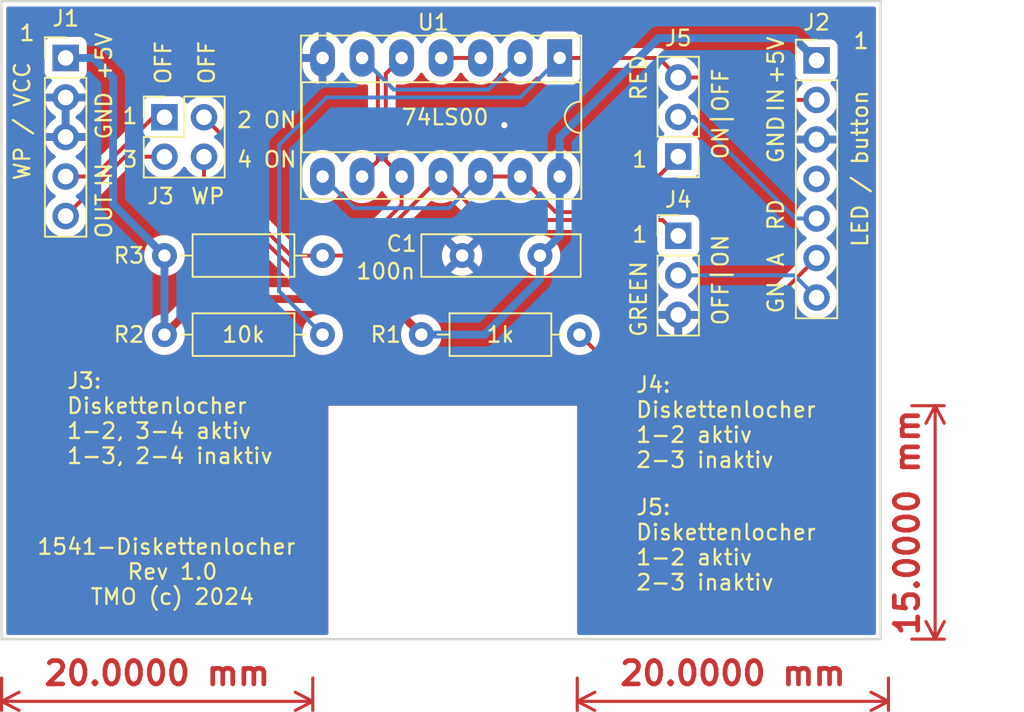
<source format=kicad_pcb>
(kicad_pcb (version 20221018) (generator pcbnew)
  (title_block (title "C64-PSU-902403-06_Austauschplatine") (date "18.05.2018") (rev "0.2.1") (company "TMO"))
  (layers (0 "F.Cu" signal) (31 "B.Cu" signal) (34 "B.Paste" user) (35 "F.Paste" user) (36 "B.SilkS" user "B.Silkscreen") (37 "F.SilkS" user "F.Silkscreen") (38 "B.Mask" user) (39 "F.Mask" user) (44 "Edge.Cuts" user))
  (net 0 "")
  (net 1 "+5V")
  (net 2 "GND")
  (net 3 "/WP out")
  (net 4 "/Taster in")
  (net 5 "/GREEN")
  (net 6 "/WP in")
  (net 7 "/RED")
  (net 8 "Net-(U1-Pad2)")
  (net 9 "Net-(U1-Pad3)")
  (net 10 "/COM")
  (net 12 "Net-(J3-Pin_2)")
  (net 13 "Net-(J3-Pin_4)")
  (net 14 "Net-(J5-Pin_1)")
  (footprint "Connector_PinHeader_2.54mm:PinHeader_1x03_P2.54mm_Vertical" (layer "F.Cu") (at 110.49 126.985 180)
    (fp_text reference "J5" (at 0 7.605) (layer "F.SilkS"))
    (fp_text value "RED" (at 2.54 5.065 90) (layer "F.SilkS"))
    (fp_line (start -1.33 -1.33) (end 0 -1.33) (stroke (width 0.12)) (layer "F.SilkS"))
    (fp_line (start -1.33 0) (end -1.33 -1.33) (stroke (width 0.12)) (layer "F.SilkS"))
    (fp_line (start -1.33 1.27) (end -1.33 6.41) (stroke (width 0.12)) (layer "F.SilkS"))
    (fp_line (start -1.33 1.27) (end 1.33 1.27) (stroke (width 0.12)) (layer "F.SilkS"))
    (fp_line (start -1.33 6.41) (end 1.33 6.41) (stroke (width 0.12)) (layer "F.SilkS"))
    (fp_line (start 1.33 1.27) (end 1.33 6.41) (stroke (width 0.12)) (layer "F.SilkS"))
    (pad "1" thru_hole rect (at 0 0 180) (size 1.7 1.7) (drill 1) (layers "*.Cu" "*.Mask") (net 14 "Net-(J5-Pin_1)"))
    (pad "2" thru_hole oval (at 0 2.54 180) (size 1.7 1.7) (drill 1) (layers "*.Cu" "*.Mask") (net 7 "/RED"))
    (pad "3" thru_hole oval (at 0 5.08 180) (size 1.7 1.7) (drill 1) (layers "*.Cu" "*.Mask") (net 4 "/Taster in"))
  )
  (footprint "Resistor_THT:R_Axial_DIN0207_L6.3mm_D2.5mm_P10.16mm_Horizontal" (layer "F.Cu") (at 93.98 138.43)
    (fp_text reference "R1" (at -2.286 0) (layer "F.SilkS"))
    (fp_text value "1k" (at 5.08 0) (layer "F.SilkS"))
    (fp_line (start 1.04 0) (end 1.81 0) (stroke (width 0.12)) (layer "F.SilkS"))
    (fp_line (start 1.81 -1.37) (end 1.81 1.37) (stroke (width 0.12)) (layer "F.SilkS"))
    (fp_line (start 1.81 1.37) (end 8.35 1.37) (stroke (width 0.12)) (layer "F.SilkS"))
    (fp_line (start 8.35 -1.37) (end 1.81 -1.37) (stroke (width 0.12)) (layer "F.SilkS"))
    (fp_line (start 8.35 1.37) (end 8.35 -1.37) (stroke (width 0.12)) (layer "F.SilkS"))
    (fp_line (start 9.12 0) (end 8.35 0) (stroke (width 0.12)) (layer "F.SilkS"))
    (pad "1" thru_hole circle (at 0 0) (size 1.6 1.6) (drill 0.8) (layers "*.Cu" "*.Mask") (net 1 "+5V"))
    (pad "2" thru_hole oval (at 10.16 0) (size 1.6 1.6) (drill 0.8) (layers "*.Cu" "*.Mask") (net 10 "/COM"))
  )
  (footprint "Connector_PinHeader_2.54mm:PinHeader_1x07_P2.54mm_Vertical" (layer "F.Cu") (at 119.38 120.808)
    (fp_text reference "J2" (at 0 -2.444) (layer "F.SilkS"))
    (fp_text value "LED / button" (at 2.794 6.954 90) (layer "F.SilkS"))
    (fp_line (start -1.33 -1.33) (end 0 -1.33) (stroke (width 0.12)) (layer "F.SilkS"))
    (fp_line (start -1.33 0) (end -1.33 -1.33) (stroke (width 0.12)) (layer "F.SilkS"))
    (fp_line (start -1.33 1.27) (end -1.33 16.57) (stroke (width 0.12)) (layer "F.SilkS"))
    (fp_line (start -1.33 1.27) (end 1.33 1.27) (stroke (width 0.12)) (layer "F.SilkS"))
    (fp_line (start -1.33 16.57) (end 1.33 16.57) (stroke (width 0.12)) (layer "F.SilkS"))
    (fp_line (start 1.33 1.27) (end 1.33 16.57) (stroke (width 0.12)) (layer "F.SilkS"))
    (pad "1" thru_hole rect (at 0 0) (size 1.7 1.7) (drill 1) (layers "*.Cu" "*.Mask") (net 1 "+5V"))
    (pad "2" thru_hole oval (at 0 2.54) (size 1.7 1.7) (drill 1) (layers "*.Cu" "*.Mask") (net 4 "/Taster in"))
    (pad "3" thru_hole oval (at 0 5.08) (size 1.7 1.7) (drill 1) (layers "*.Cu" "*.Mask") (net 2 "GND"))
    (pad "4" thru_hole oval (at 0 7.62) (size 1.7 1.7) (drill 1) (layers "*.Cu" "*.Mask"))
    (pad "5" thru_hole oval (at 0 10.16) (size 1.7 1.7) (drill 1) (layers "*.Cu" "*.Mask") (net 7 "/RED"))
    (pad "6" thru_hole oval (at 0 12.7) (size 1.7 1.7) (drill 1) (layers "*.Cu" "*.Mask") (net 10 "/COM"))
    (pad "7" thru_hole oval (at 0 15.24) (size 1.7 1.7) (drill 1) (layers "*.Cu" "*.Mask") (net 5 "/GREEN"))
  )
  (footprint "Capacitor_THT:C_Disc_D10.0mm_W2.5mm_P5.00mm" (layer "F.Cu") (at 101.6 133.35 180)
    (fp_text reference "C1" (at 8.89 0.762 180) (layer "F.SilkS"))
    (fp_text value "100n" (at 9.906 -1.016 180) (layer "F.SilkS"))
    (fp_line (start -2.62 -1.37) (end -2.62 1.37) (stroke (width 0.12)) (layer "F.SilkS"))
    (fp_line (start -2.62 -1.37) (end 7.62 -1.37) (stroke (width 0.12)) (layer "F.SilkS"))
    (fp_line (start -2.62 1.37) (end 7.62 1.37) (stroke (width 0.12)) (layer "F.SilkS"))
    (fp_line (start 7.62 -1.37) (end 7.62 1.37) (stroke (width 0.12)) (layer "F.SilkS"))
    (pad "1" thru_hole circle (at 0 0 180) (size 1.6 1.6) (drill 0.8) (layers "*.Cu" "*.Mask") (net 1 "+5V"))
    (pad "2" thru_hole circle (at 5 0 180) (size 1.6 1.6) (drill 0.8) (layers "*.Cu" "*.Mask") (net 2 "GND"))
  )
  (footprint "MountingHole:MountingHole_3.2mm_M3" (layer "F.Cu") (at 96 151)
    (fp_text reference "H1")
    (fp_text value "MountingHole")
    (pad "" np_thru_hole circle (at 0 0) (size 3.2 3.2) (drill 3.2) (layers "*.Cu" "*.Mask"))
  )
  (footprint "Resistor_THT:R_Axial_DIN0207_L6.3mm_D2.5mm_P10.16mm_Horizontal" (layer "F.Cu") (at 77.47 133.35)
    (fp_text reference "R3" (at -2.286 0) (layer "F.SilkS"))
    (fp_text value "~" hide)
    (fp_line (start 1.04 0) (end 1.81 0) (stroke (width 0.12)) (layer "F.SilkS"))
    (fp_line (start 1.81 -1.37) (end 1.81 1.37) (stroke (width 0.12)) (layer "F.SilkS"))
    (fp_line (start 1.81 1.37) (end 8.35 1.37) (stroke (width 0.12)) (layer "F.SilkS"))
    (fp_line (start 8.35 -1.37) (end 1.81 -1.37) (stroke (width 0.12)) (layer "F.SilkS"))
    (fp_line (start 8.35 1.37) (end 8.35 -1.37) (stroke (width 0.12)) (layer "F.SilkS"))
    (fp_line (start 9.12 0) (end 8.35 0) (stroke (width 0.12)) (layer "F.SilkS"))
    (pad "1" thru_hole circle (at 0 0) (size 1.6 1.6) (drill 0.8) (layers "*.Cu" "*.Mask") (net 1 "+5V"))
    (pad "2" thru_hole oval (at 10.16 0) (size 1.6 1.6) (drill 0.8) (layers "*.Cu" "*.Mask") (net 12 "Net-(J3-Pin_2)"))
  )
  (footprint "Package_DIP:DIP-14_W7.62mm_Socket_LongPads" (layer "F.Cu") (at 102.87 120.65 -90)
    (fp_text reference "U1" (at -2.286 8.128 -180) (layer "F.SilkS"))
    (fp_text value "74LS00" (at 3.81 7.366 -180) (layer "F.SilkS"))
    (fp_line (start -1.44 -1.39) (end -1.44 16.63) (stroke (width 0.12)) (layer "F.SilkS"))
    (fp_line (start -1.44 16.63) (end 9.06 16.63) (stroke (width 0.12)) (layer "F.SilkS"))
    (fp_line (start 1.56 -1.33) (end 1.56 16.57) (stroke (width 0.12)) (layer "F.SilkS"))
    (fp_line (start 1.56 16.57) (end 6.06 16.57) (stroke (width 0.12)) (layer "F.SilkS"))
    (fp_line (start 2.81 -1.33) (end 1.56 -1.33) (stroke (width 0.12)) (layer "F.SilkS"))
    (fp_line (start 6.06 -1.33) (end 4.81 -1.33) (stroke (width 0.12)) (layer "F.SilkS"))
    (fp_line (start 6.06 16.57) (end 6.06 -1.33) (stroke (width 0.12)) (layer "F.SilkS"))
    (fp_line (start 9.06 -1.39) (end -1.44 -1.39) (stroke (width 0.12)) (layer "F.SilkS"))
    (fp_line (start 9.06 16.63) (end 9.06 -1.39) (stroke (width 0.12)) (layer "F.SilkS"))
    (fp_arc (start 4.81 -1.33) (mid 3.81 -0.33) (end 2.81 -1.33) (stroke (width 0.12)) (layer "F.SilkS"))
    (pad "1" thru_hole rect (at 0 0 270) (size 2.4 1.6) (drill 0.8) (layers "*.Cu" "*.Mask") (net 4 "/Taster in"))
    (pad "2" thru_hole oval (at 0 2.54 270) (size 2.4 1.6) (drill 0.8) (layers "*.Cu" "*.Mask") (net 8 "Net-(U1-Pad2)"))
    (pad "3" thru_hole oval (at 0 5.08 270) (size 2.4 1.6) (drill 0.8) (layers "*.Cu" "*.Mask") (net 9 "Net-(U1-Pad3)"))
    (pad "4" thru_hole oval (at 0 7.62 270) (size 2.4 1.6) (drill 0.8) (layers "*.Cu" "*.Mask") (net 9 "Net-(U1-Pad3)"))
    (pad "5" thru_hole oval (at 0 10.16 270) (size 2.4 1.6) (drill 0.8) (layers "*.Cu" "*.Mask") (net 12 "Net-(J3-Pin_2)"))
    (pad "6" thru_hole oval (at 0 12.7 270) (size 2.4 1.6) (drill 0.8) (layers "*.Cu" "*.Mask") (net 8 "Net-(U1-Pad2)"))
    (pad "7" thru_hole oval (at 0 15.24 270) (size 2.4 1.6) (drill 0.8) (layers "*.Cu" "*.Mask") (net 2 "GND"))
    (pad "8" thru_hole oval (at 7.62 15.24 270) (size 2.4 1.6) (drill 0.8) (layers "*.Cu" "*.Mask") (net 14 "Net-(J5-Pin_1)"))
    (pad "9" thru_hole oval (at 7.62 12.7 270) (size 2.4 1.6) (drill 0.8) (layers "*.Cu" "*.Mask") (net 8 "Net-(U1-Pad2)"))
    (pad "10" thru_hole oval (at 7.62 10.16 270) (size 2.4 1.6) (drill 0.8) (layers "*.Cu" "*.Mask") (net 12 "Net-(J3-Pin_2)"))
    (pad "11" thru_hole oval (at 7.62 7.62 270) (size 2.4 1.6) (drill 0.8) (layers "*.Cu" "*.Mask") (net 13 "Net-(J3-Pin_4)"))
    (pad "12" thru_hole oval (at 7.62 5.08 270) (size 2.4 1.6) (drill 0.8) (layers "*.Cu" "*.Mask") (net 14 "Net-(J5-Pin_1)"))
    (pad "13" thru_hole oval (at 7.62 2.54 270) (size 2.4 1.6) (drill 0.8) (layers "*.Cu" "*.Mask") (net 14 "Net-(J5-Pin_1)"))
    (pad "14" thru_hole oval (at 7.62 0 270) (size 2.4 1.6) (drill 0.8) (layers "*.Cu" "*.Mask") (net 1 "+5V"))
  )
  (footprint "Resistor_THT:R_Axial_DIN0207_L6.3mm_D2.5mm_P10.16mm_Horizontal" (layer "F.Cu") (at 77.47 138.43)
    (fp_text reference "R2" (at -2.286 0) (layer "F.SilkS"))
    (fp_text value "10k" (at 5.08 0) (layer "F.SilkS"))
    (fp_line (start 1.04 0) (end 1.81 0) (stroke (width 0.12)) (layer "F.SilkS"))
    (fp_line (start 1.81 -1.37) (end 1.81 1.37) (stroke (width 0.12)) (layer "F.SilkS"))
    (fp_line (start 1.81 1.37) (end 8.35 1.37) (stroke (width 0.12)) (layer "F.SilkS"))
    (fp_line (start 8.35 -1.37) (end 1.81 -1.37) (stroke (width 0.12)) (layer "F.SilkS"))
    (fp_line (start 8.35 1.37) (end 8.35 -1.37) (stroke (width 0.12)) (layer "F.SilkS"))
    (fp_line (start 9.12 0) (end 8.35 0) (stroke (width 0.12)) (layer "F.SilkS"))
    (pad "1" thru_hole circle (at 0 0) (size 1.6 1.6) (drill 0.8) (layers "*.Cu" "*.Mask") (net 1 "+5V"))
    (pad "2" thru_hole oval (at 10.16 0) (size 1.6 1.6) (drill 0.8) (layers "*.Cu" "*.Mask") (net 4 "/Taster in"))
  )
  (footprint "Connector_PinHeader_2.54mm:PinHeader_2x02_P2.54mm_Vertical" (layer "F.Cu") (at 77.47 124.46)
    (fp_text reference "J3" (at -0.254 5.08) (layer "F.SilkS"))
    (fp_text value "WP" (at 2.794 5.08) (layer "F.SilkS"))
    (fp_line (start -1.33 -1.33) (end 0 -1.33) (stroke (width 0.12)) (layer "F.SilkS"))
    (fp_line (start -1.33 0) (end -1.33 -1.33) (stroke (width 0.12)) (layer "F.SilkS"))
    (fp_line (start -1.33 1.27) (end -1.33 3.87) (stroke (width 0.12)) (layer "F.SilkS"))
    (fp_line (start -1.33 1.27) (end 1.27 1.27) (stroke (width 0.12)) (layer "F.SilkS"))
    (fp_line (start -1.33 3.87) (end 3.87 3.87) (stroke (width 0.12)) (layer "F.SilkS"))
    (fp_line (start 1.27 -1.33) (end 3.87 -1.33) (stroke (width 0.12)) (layer "F.SilkS"))
    (fp_line (start 1.27 1.27) (end 1.27 -1.33) (stroke (width 0.12)) (layer "F.SilkS"))
    (fp_line (start 3.87 -1.33) (end 3.87 3.87) (stroke (width 0.12)) (layer "F.SilkS"))
    (pad "1" thru_hole rect (at 0 0) (size 1.7 1.7) (drill 1) (layers "*.Cu" "*.Mask") (net 6 "/WP in"))
    (pad "2" thru_hole oval (at 2.54 0) (size 1.7 1.7) (drill 1) (layers "*.Cu" "*.Mask") (net 12 "Net-(J3-Pin_2)"))
    (pad "3" thru_hole oval (at 0 2.54) (size 1.7 1.7) (drill 1) (layers "*.Cu" "*.Mask") (net 3 "/WP out"))
    (pad "4" thru_hole oval (at 2.54 2.54) (size 1.7 1.7) (drill 1) (layers "*.Cu" "*.Mask") (net 13 "Net-(J3-Pin_4)"))
  )
  (footprint "Connector_PinHeader_2.54mm:PinHeader_1x05_P2.54mm_Vertical" (layer "F.Cu") (at 71.12 120.65)
    (fp_text reference "J1" (at 0 -2.54) (layer "F.SilkS"))
    (fp_text value "WP / VCC" (at -2.794 4.064 90) (layer "F.SilkS"))
    (fp_line (start -1.33 -1.33) (end 0 -1.33) (stroke (width 0.12)) (layer "F.SilkS"))
    (fp_line (start -1.33 0) (end -1.33 -1.33) (stroke (width 0.12)) (layer "F.SilkS"))
    (fp_line (start -1.33 1.27) (end -1.33 11.49) (stroke (width 0.12)) (layer "F.SilkS"))
    (fp_line (start -1.33 1.27) (end 1.33 1.27) (stroke (width 0.12)) (layer "F.SilkS"))
    (fp_line (start -1.33 11.49) (end 1.33 11.49) (stroke (width 0.12)) (layer "F.SilkS"))
    (fp_line (start 1.33 1.27) (end 1.33 11.49) (stroke (width 0.12)) (layer "F.SilkS"))
    (pad "1" thru_hole rect (at 0 0) (size 1.7 1.7) (drill 1) (layers "*.Cu" "*.Mask") (net 1 "+5V"))
    (pad "2" thru_hole oval (at 0 2.54) (size 1.7 1.7) (drill 1) (layers "*.Cu" "*.Mask") (net 2 "GND"))
    (pad "3" thru_hole oval (at 0 5.08) (size 1.7 1.7) (drill 1) (layers "*.Cu" "*.Mask") (net 2 "GND"))
    (pad "4" thru_hole oval (at 0 7.62) (size 1.7 1.7) (drill 1) (layers "*.Cu" "*.Mask") (net 6 "/WP in"))
    (pad "5" thru_hole oval (at 0 10.16) (size 1.7 1.7) (drill 1) (layers "*.Cu" "*.Mask") (net 3 "/WP out"))
  )
  (footprint "Connector_PinHeader_2.54mm:PinHeader_1x03_P2.54mm_Vertical" (layer "F.Cu") (at 110.49 132.08)
    (fp_text reference "J4" (at 0 -2.33) (layer "F.SilkS"))
    (fp_text value "GREEN" (at -2.54 4.064 90) (layer "F.SilkS"))
    (fp_line (start -1.33 -1.33) (end 0 -1.33) (stroke (width 0.12)) (layer "F.SilkS"))
    (fp_line (start -1.33 0) (end -1.33 -1.33) (stroke (width 0.12)) (layer "F.SilkS"))
    (fp_line (start -1.33 1.27) (end -1.33 6.41) (stroke (width 0.12)) (layer "F.SilkS"))
    (fp_line (start -1.33 1.27) (end 1.33 1.27) (stroke (width 0.12)) (layer "F.SilkS"))
    (fp_line (start -1.33 6.41) (end 1.33 6.41) (stroke (width 0.12)) (layer "F.SilkS"))
    (fp_line (start 1.33 1.27) (end 1.33 6.41) (stroke (width 0.12)) (layer "F.SilkS"))
    (pad "1" thru_hole rect (at 0 0) (size 1.7 1.7) (drill 1) (layers "*.Cu" "*.Mask") (net 13 "Net-(J3-Pin_4)"))
    (pad "2" thru_hole oval (at 0 2.54) (size 1.7 1.7) (drill 1) (layers "*.Cu" "*.Mask") (net 5 "/GREEN"))
    (pad "3" thru_hole oval (at 0 5.08) (size 1.7 1.7) (drill 1) (layers "*.Cu" "*.Mask") (net 2 "GND"))
  )
  (gr_line (start 123.5 117) (end 123.5 158) (stroke (width 0.15)) (layer "Edge.Cuts"))
  (gr_line (start 67 117) (end 123.5 117) (stroke (width 0.15)) (layer "Edge.Cuts"))
  (gr_line (start 67 117) (end 67 158) (stroke (width 0.15)) (layer "Edge.Cuts"))
  (gr_line (start 67 158) (end 123.5 158) (stroke (width 0.15)) (layer "Edge.Cuts"))
  (gr_text "J5:\nDiskettenlocher\n1-2 aktiv\n2-3 inaktiv" (at 107.696 154.94) (layer "F.SilkS") (effects (font (size 1 1)) (justify left bottom)))
  (gr_text "ON|OFF" (at 113.792 127.254 90) (layer "F.SilkS") (effects (font (size 1 1)) (justify left bottom)))
  (gr_text "GND" (at 74.168 125.984 90) (layer "F.SilkS") (effects (font (size 1 1)) (justify left bottom)))
  (gr_text "RD" (at 117.348 131.826 90) (layer "F.SilkS") (effects (font (size 1 1)) (justify left bottom)))
  (gr_text "OUT" (at 74.168 132.334 90) (layer "F.SilkS") (effects (font (size 1 1)) (justify left bottom)))
  (gr_text "3" (at 74.676 127.762) (layer "F.SilkS") (effects (font (size 1 1)) (justify left bottom)))
  (gr_text "+5V" (at 117.348 122.428 90) (layer "F.SilkS") (effects (font (size 1 1)) (justify left bottom)))
  (gr_text "OFF" (at 77.978 122.428 90) (layer "F.SilkS") (effects (font (size 1 1)) (justify left bottom)))
  (gr_text "1" (at 74.676 124.968) (layer "F.SilkS") (effects (font (size 1 1)) (justify left bottom)))
  (gr_text "GN" (at 117.348 137.16 90) (layer "F.SilkS") (effects (font (size 1 1)) (justify left bottom)))
  (gr_text "J4:\nDiskettenlocher\n1-2 aktiv\n2-3 inaktiv" (at 107.696 147.066) (layer "F.SilkS") (effects (font (size 1 1)) (justify left bottom)))
  (gr_text "GND" (at 117.348 127.508 90) (layer "F.SilkS") (effects (font (size 1 1)) (justify left bottom)))
  (gr_text "4 ON" (at 82.042 127.762) (layer "F.SilkS") (effects (font (size 1 1)) (justify left bottom)))
  (gr_text "+5V" (at 74.168 122.174 90) (layer "F.SilkS") (effects (font (size 1 1)) (justify left bottom)))
  (gr_text "OFF" (at 80.772 122.428 90) (layer "F.SilkS") (effects (font (size 1 1)) (justify left bottom)))
  (gr_text "A" (at 117.348 133.604 90) (layer "F.SilkS") (effects (font (size 1 1)) (justify bottom)))
  (gr_text "1" (at 121.666 120.142) (layer "F.SilkS") (effects (font (size 1 1)) (justify left bottom)))
  (gr_text "IN" (at 117.348 124.206 90) (layer "F.SilkS") (effects (font (size 1 1)) (justify left bottom)))
  (gr_text "1" (at 107.442 127.762) (layer "F.SilkS") (effects (font (size 1 1)) (justify left bottom)))
  (gr_text "1" (at 68.072 119.634) (layer "F.SilkS") (effects (font (size 1 1)) (justify left bottom)))
  (gr_text "IN" (at 74.168 129.032 90) (layer "F.SilkS") (effects (font (size 1 1)) (justify left bottom)))
  (gr_text "1" (at 107.442 132.588) (layer "F.SilkS") (effects (font (size 1 1)) (justify left bottom)))
  (gr_text "1541-Diskettenlocher \nRev 1.0\nTMO (c) 2024" (at 77.978 153.67) (layer "F.SilkS") (effects (font (size 1 1))))
  (gr_text "OFF|ON" (at 113.792 137.922 90) (layer "F.SilkS") (effects (font (size 1 1)) (justify left bottom)))
  (gr_text "J3:\nDiskettenlocher\n1-2, 3-4 aktiv\n1-3, 2-4 inaktiv" (at 71.12 146.812) (layer "F.SilkS") (effects (font (size 1 1)) (justify left bottom)))
  (gr_text "2 ON" (at 82.042 125.222) (layer "F.SilkS") (effects (font (size 1 1)) (justify left bottom)))
  (dimension (type aligned) (layer "F.Cu") (pts (xy 67 160) (xy 87 160)) (height 2) (gr_text "20.0000 mm" (at 77 160.2) (layer "F.Cu") (effects (font (size 1.5 1.5) (thickness 0.3)))) (format (prefix "") (suffix "") (units 3) (units_format 1) (precision 4)) (style (thickness 0.2) (arrow_length 1.27) (text_position_mode 0) (extension_height 0.58642) (extension_offset 0.5) keep_text_aligned))
  (dimension (type aligned) (layer "F.Cu") (pts (xy 125 158) (xy 125 143)) (height 2) (gr_text "15.0000 mm" (at 125.2 150.5 90) (layer "F.Cu") (effects (font (size 1.5 1.5) (thickness 0.3)))) (format (prefix "") (suffix "") (units 3) (units_format 1) (precision 4)) (style (thickness 0.2) (arrow_length 1.27) (text_position_mode 0) (extension_height 0.58642) (extension_offset 0.5) keep_text_aligned))
  (dimension (type aligned) (layer "F.Cu") (pts (xy 124 160) (xy 104 160)) (height -2) (gr_text "20.0000 mm" (at 114 160.2) (layer "F.Cu") (effects (font (size 1.5 1.5) (thickness 0.3)))) (format (prefix "") (suffix "") (units 3) (units_format 1) (precision 4)) (style (thickness 0.2) (arrow_length 1.27) (text_position_mode 0) (extension_height 0.58642) (extension_offset 0.5) keep_text_aligned))
  (segment (start 93.98 138.43) (end 91.694 136.144) (width 0.508) (layer "F.Cu") (net 1))
  (segment (start 91.694 136.144) (end 79.756 136.144) (width 0.508) (layer "F.Cu") (net 1))
  (segment (start 79.756 136.144) (end 77.47 138.43) (width 0.508) (layer "F.Cu") (net 1))
  (segment (start 102.87 132.08) (end 101.6 133.35) (width 0.508) (layer "B.Cu") (net 1))
  (segment (start 101.6 133.35) (end 101.6 134.874) (width 0.508) (layer "B.Cu") (net 1))
  (segment (start 74.168 121.92) (end 74.168 130.048) (width 0.508) (layer "B.Cu") (net 1))
  (segment (start 98.044 138.43) (end 93.98 138.43) (width 0.508) (layer "B.Cu") (net 1))
  (segment (start 109.22 119.38) (end 117.952 119.38) (width 0.508) (layer "B.Cu") (net 1))
  (segment (start 117.952 119.38) (end 119.38 120.808) (width 0.508) (layer "B.Cu") (net 1))
  (segment (start 77.47 133.35) (end 77.47 138.43) (width 0.508) (layer "B.Cu") (net 1))
  (segment (start 102.87 128.27) (end 102.87 132.08) (width 0.508) (layer "B.Cu") (net 1))
  (segment (start 74.168 130.048) (end 77.47 133.35) (width 0.508) (layer "B.Cu") (net 1))
  (segment (start 102.87 125.73) (end 109.22 119.38) (width 0.508) (layer "B.Cu") (net 1))
  (segment (start 71.12 120.65) (end 72.898 120.65) (width 0.508) (layer "B.Cu") (net 1))
  (segment (start 72.898 120.65) (end 74.168 121.92) (width 0.508) (layer "B.Cu") (net 1))
  (segment (start 101.6 134.874) (end 98.044 138.43) (width 0.508) (layer "B.Cu") (net 1))
  (segment (start 102.87 128.27) (end 102.87 125.73) (width 0.508) (layer "B.Cu") (net 1))
  (via (at 99.314 124.968) (size 0.6) (drill 0.4) (layers "F.Cu" "B.Cu") (net 2))
  (segment (start 74.93 127) (end 77.47 127) (width 0.254) (layer "F.Cu") (net 3))
  (segment (start 71.12 130.81) (end 74.93 127) (width 0.254) (layer "F.Cu") (net 3))
  (segment (start 114.285 121.905) (end 115.728 123.348) (width 0.254) (layer "F.Cu") (net 4))
  (segment (start 115.728 123.348) (end 119.38 123.348) (width 0.254) (layer "F.Cu") (net 4))
  (segment (start 110.49 121.905) (end 114.285 121.905) (width 0.254) (layer "F.Cu") (net 4))
  (segment (start 102.87 120.65) (end 109.235 120.65) (width 0.254) (layer "F.Cu") (net 4))
  (segment (start 109.235 120.65) (end 110.49 121.905) (width 0.254) (layer "F.Cu") (net 4))
  (segment (start 102.87 120.65) (end 100.33 123.19) (width 0.254) (layer "B.Cu") (net 4))
  (segment (start 84.836 135.636) (end 87.63 138.43) (width 0.254) (layer "B.Cu") (net 4))
  (segment (start 84.836 126.238) (end 84.836 135.636) (width 0.254) (layer "B.Cu") (net 4))
  (segment (start 87.884 123.19) (end 84.836 126.238) (width 0.254) (layer "B.Cu") (net 4))
  (segment (start 100.33 123.19) (end 87.884 123.19) (width 0.254) (layer "B.Cu") (net 4))
  (segment (start 110.49 134.62) (end 117.952 134.62) (width 0.254) (layer "B.Cu") (net 5))
  (segment (start 117.952 134.62) (end 119.38 136.048) (width 0.254) (layer "B.Cu") (net 5))
  (segment (start 71.12 128.27) (end 72.94158 128.27) (width 0.254) (layer "F.Cu") (net 6))
  (segment (start 76.75158 124.46) (end 77.47 124.46) (width 0.254) (layer "F.Cu") (net 6))
  (segment (start 72.94158 128.27) (end 76.75158 124.46) (width 0.254) (layer "F.Cu") (net 6))
  (segment (start 111.491 124.445) (end 110.49 124.445) (width 0.254) (layer "B.Cu") (net 7))
  (segment (start 118.014 130.968) (end 111.491 124.445) (width 0.254) (layer "B.Cu") (net 7))
  (segment (start 119.38 130.968) (end 118.014 130.968) (width 0.254) (layer "B.Cu") (net 7))
  (segment (start 91.186 127.254) (end 90.17 128.27) (width 0.254) (layer "F.Cu") (net 8))
  (segment (start 91.186 121.666) (end 91.186 127.254) (width 0.254) (layer "F.Cu") (net 8))
  (segment (start 90.17 120.65) (end 91.186 121.666) (width 0.254) (layer "F.Cu") (net 8))
  (segment (start 100.33 120.65) (end 98.298 122.682) (width 0.254) (layer "B.Cu") (net 8))
  (segment (start 92.202 122.682) (end 90.17 120.65) (width 0.254) (layer "B.Cu") (net 8))
  (segment (start 98.298 122.682) (end 92.202 122.682) (width 0.254) (layer "B.Cu") (net 8))
  (segment (start 97.79 120.65) (end 95.25 120.65) (width 0.254) (layer "F.Cu") (net 9))
  (segment (start 104.14 138.43) (end 105.41 139.7) (width 0.254) (layer "F.Cu") (net 10))
  (segment (start 113.188 139.7) (end 119.38 133.508) (width 0.254) (layer "F.Cu") (net 10))
  (segment (start 105.41 139.7) (end 113.188 139.7) (width 0.254) (layer "F.Cu") (net 10))
  (segment (start 92.71 130.09158) (end 92.71 128.27) (width 0.254) (layer "F.Cu") (net 12))
  (segment (start 81.534 129.286) (end 85.598 133.35) (width 0.254) (layer "F.Cu") (net 12))
  (segment (start 81.534 125.984) (end 81.534 129.286) (width 0.254) (layer "F.Cu") (net 12))
  (segment (start 85.598 133.35) (end 87.63 133.35) (width 0.254) (layer "F.Cu") (net 12))
  (segment (start 91.694 121.666) (end 91.694 127.254) (width 0.254) (layer "F.Cu") (net 12))
  (segment (start 89.45158 133.35) (end 92.71 130.09158) (width 0.254) (layer "F.Cu") (net 12))
  (segment (start 92.71 120.65) (end 91.694 121.666) (width 0.254) (layer "F.Cu") (net 12))
  (segment (start 91.694 127.254) (end 92.71 128.27) (width 0.254) (layer "F.Cu") (net 12))
  (segment (start 87.63 133.35) (end 89.45158 133.35) (width 0.254) (layer "F.Cu") (net 12))
  (segment (start 80.01 124.46) (end 81.534 125.984) (width 0.254) (layer "F.Cu") (net 12))
  (segment (start 88.646 134.874) (end 86.36 134.874) (width 0.254) (layer "F.Cu") (net 13))
  (segment (start 80.01 128.524) (end 80.01 127) (width 0.254) (layer "F.Cu") (net 13))
  (segment (start 86.36 134.874) (end 80.01 128.524) (width 0.254) (layer "F.Cu") (net 13))
  (segment (start 95.25 128.27) (end 88.646 134.874) (width 0.254) (layer "F.Cu") (net 13))
  (segment (start 110.49 132.08) (end 109.474 131.064) (width 0.254) (layer "F.Cu") (net 13))
  (segment (start 109.474 131.064) (end 98.044 131.064) (width 0.254) (layer "F.Cu") (net 13))
  (segment (start 98.044 131.064) (end 95.25 128.27) (width 0.254) (layer "F.Cu") (net 13))
  (segment (start 102.616 130.556) (end 106.919 130.556) (width 0.254) (layer "F.Cu") (net 14))
  (segment (start 106.919 130.556) (end 110.49 126.985) (width 0.254) (layer "F.Cu") (net 14))
  (segment (start 100.33 128.27) (end 102.616 130.556) (width 0.254) (layer "F.Cu") (net 14))
  (segment (start 100.33 128.27) (end 97.79 128.27) (width 0.254) (layer "F.Cu") (net 14))
  (segment (start 89.662 130.302) (end 87.63 128.27) (width 0.254) (layer "B.Cu") (net 14))
  (segment (start 95.758 130.302) (end 89.662 130.302) (width 0.254) (layer "B.Cu") (net 14))
  (segment (start 95.758 130.302) (end 97.79 128.27) (width 0.254) (layer "B.Cu") (net 14))
  (zone (net 2) (net_name "GND") (layer "F.Cu") (connect_pads (clearance 0.508)) (min_thickness 0.25) (fill yes (thermal_gap 0.5) (thermal_bridge_width 0.5))
    (polygon (pts (xy 67.31 117.348) (xy 123.19 117.348) (xy 123.19 157.734) (xy 67.31 157.734)))
  )
  (zone (net 0) (net_name "") (layers "F&B.Cu") (connect_pads (clearance 0)) (min_thickness 0.25)
    (keepout (tracks not_allowed) (vias not_allowed) (pads allowed) (copperpour not_allowed) (footprints allowed))
    (fill (thermal_gap 0.5) (thermal_bridge_width 0.5))
    (polygon (pts (xy 88 158) (xy 88 143) (xy 104 143) (xy 104 158)))
  )
  (zone (net 2) (net_name "GND") (layer "B.Cu") (priority 1) (connect_pads (clearance 0.508)) (min_thickness 0.25) (fill yes (thermal_gap 0.5) (thermal_bridge_width 0.5))
    (polygon (pts (xy 67.31 117.348) (xy 123.19 117.348) (xy 123.19 157.734) (xy 67.31 157.734)))
  )
)
</source>
